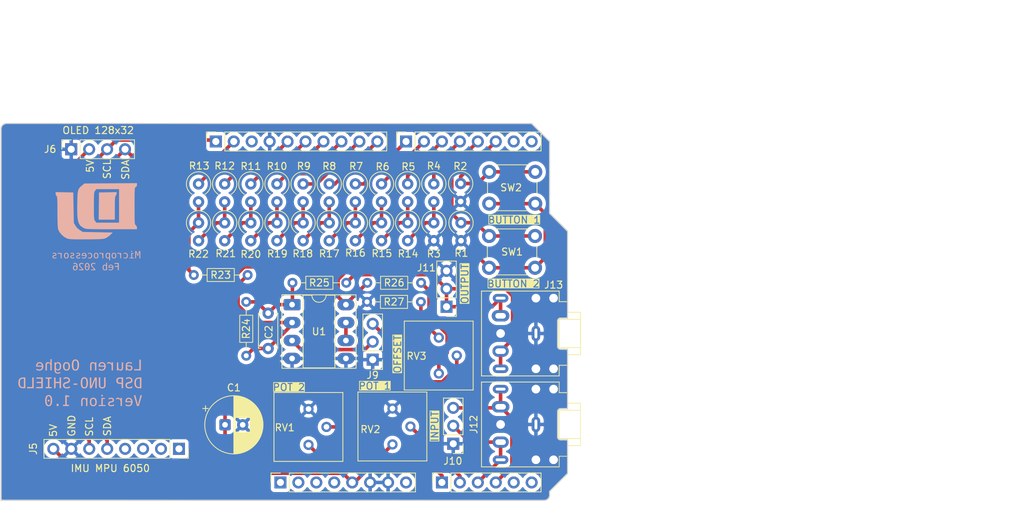
<source format=kicad_pcb>
(kicad_pcb (version 20241229) (generator "pcbnew") (generator_version "9.0")
  (title_block (date "mar. 31 mars 2015"))
  (layers (0 "F.Cu" signal) (2 "B.Cu" power) (13 "F.Paste" user) (15 "B.Paste" user) (5 "F.SilkS" user "F.Silkscreen") (7 "B.SilkS" user "B.Silkscreen") (1 "F.Mask" user) (3 "B.Mask" user) (25 "Edge.Cuts" user))
  (net 0 "")
  (net 1 "GND")
  (net 3 "+5V")
  (net 4 "/IOREF")
  (net 5 "/A0")
  (net 6 "/A1")
  (net 7 "/SDA{slash}A4")
  (net 8 "/SCL{slash}A5")
  (net 9 "/AREF")
  (net 10 "/TX{slash}1")
  (net 11 "/RX{slash}0")
  (net 12 "+3V3")
  (net 13 "VCC")
  (net 14 "/~{RESET}")
  (net 15 "/SCL")
  (net 16 "/SDA")
  (net 21 "/BT2")
  (net 22 "Net-(C2-Pad2)")
  (net 23 "Net-(U1A--)")
  (net 24 "/D7")
  (net 25 "/D8")
  (net 26 "/D9")
  (net 27 "/D6")
  (net 28 "/D4")
  (net 29 "/D5")
  (net 30 "/IN_RIGHT")
  (net 31 "/IN_LEFT")
  (net 32 "/BT1")
  (net 33 "/D3")
  (net 34 "/D2")
  (net 35 "/D0")
  (net 36 "/D1")
  (net 37 "/AUDIO_OUT")
  (net 38 "Net-(J9-Pin_3)")
  (net 39 "Net-(J9-Pin_2)")
  (net 40 "Net-(R14-Pad2)")
  (net 41 "Net-(R14-Pad1)")
  (net 42 "Net-(R15-Pad1)")
  (net 43 "Net-(R16-Pad1)")
  (net 44 "Net-(R17-Pad1)")
  (net 45 "Net-(R18-Pad1)")
  (net 46 "Net-(R10-Pad2)")
  (net 47 "Net-(R11-Pad2)")
  (net 48 "Net-(R12-Pad2)")
  (net 49 "Net-(R13-Pad2)")
  (net 50 "Net-(R26-Pad2)")
  (net 51 "Net-(R27-Pad1)")
  (net 52 "Net-(U1B--)")
  (footprint "Connector_PinSocket_2.54mm:PinSocket_1x08_P2.54mm_Vertical" (layer "F.Cu") (at 127.94 97.46 90)
    (property "Reference" "J1" (hide yes))
    (property "Value" "Power")
    (pad "1" thru_hole rect (at 0 0 90) (size 1.7 1.7) (drill 1) (layers "*.Cu" "*.Mask"))
    (pad "2" thru_hole oval (at 0 2.54 90) (size 1.7 1.7) (drill 1) (layers "*.Cu" "*.Mask") (net 4 "/IOREF"))
    (pad "3" thru_hole oval (at 0 5.08 90) (size 1.7 1.7) (drill 1) (layers "*.Cu" "*.Mask") (net 14 "/~{RESET}"))
    (pad "4" thru_hole oval (at 0 7.62 90) (size 1.7 1.7) (drill 1) (layers "*.Cu" "*.Mask") (net 12 "+3V3"))
    (pad "5" thru_hole oval (at 0 10.16 90) (size 1.7 1.7) (drill 1) (layers "*.Cu" "*.Mask") (net 3 "+5V"))
    (pad "6" thru_hole oval (at 0 12.7 90) (size 1.7 1.7) (drill 1) (layers "*.Cu" "*.Mask") (net 1 "GND"))
    (pad "7" thru_hole oval (at 0 15.24 90) (size 1.7 1.7) (drill 1) (layers "*.Cu" "*.Mask") (net 1 "GND"))
    (pad "8" thru_hole oval (at 0 17.78 90) (size 1.7 1.7) (drill 1) (layers "*.Cu" "*.Mask") (net 13 "VCC"))
  )
  (footprint "Connector_PinSocket_2.54mm:PinSocket_1x06_P2.54mm_Vertical" (layer "F.Cu") (at 150.8 97.46 90)
    (property "Reference" "J3" (hide yes))
    (property "Value" "Analog")
    (pad "1" thru_hole rect (at 0 0 90) (size 1.7 1.7) (drill 1) (layers "*.Cu" "*.Mask") (net 5 "/A0"))
    (pad "2" thru_hole oval (at 0 2.54 90) (size 1.7 1.7) (drill 1) (layers "*.Cu" "*.Mask") (net 6 "/A1"))
    (pad "3" thru_hole oval (at 0 5.08 90) (size 1.7 1.7) (drill 1) (layers "*.Cu" "*.Mask") (net 30 "/IN_RIGHT"))
    (pad "4" thru_hole oval (at 0 7.62 90) (size 1.7 1.7) (drill 1) (layers "*.Cu" "*.Mask") (net 31 "/IN_LEFT"))
    (pad "5" thru_hole oval (at 0 10.16 90) (size 1.7 1.7) (drill 1) (layers "*.Cu" "*.Mask") (net 7 "/SDA{slash}A4"))
    (pad "6" thru_hole oval (at 0 12.7 90) (size 1.7 1.7) (drill 1) (layers "*.Cu" "*.Mask") (net 8 "/SCL{slash}A5"))
  )
  (footprint "Connector_PinSocket_2.54mm:PinSocket_1x10_P2.54mm_Vertical" (layer "F.Cu") (at 118.796 49.2 90)
    (property "Reference" "J2" (hide yes))
    (property "Value" "Digital/PWM")
    (pad "1" thru_hole rect (at 0 0 90) (size 1.7 1.7) (drill 1) (layers "*.Cu" "*.Mask") (net 15 "/SCL"))
    (pad "2" thru_hole oval (at 0 2.54 90) (size 1.7 1.7) (drill 1) (layers "*.Cu" "*.Mask") (net 16 "/SDA"))
    (pad "3" thru_hole oval (at 0 5.08 90) (size 1.7 1.7) (drill 1) (layers "*.Cu" "*.Mask") (net 9 "/AREF"))
    (pad "4" thru_hole oval (at 0 7.62 90) (size 1.7 1.7) (drill 1) (layers "*.Cu" "*.Mask") (net 1 "GND"))
    (pad "5" thru_hole oval (at 0 10.16 90) (size 1.7 1.7) (drill 1) (layers "*.Cu" "*.Mask") (net 26 "/D9"))
    (pad "6" thru_hole oval (at 0 12.7 90) (size 1.7 1.7) (drill 1) (layers "*.Cu" "*.Mask") (net 25 "/D8"))
    (pad "7" thru_hole oval (at 0 15.24 90) (size 1.7 1.7) (drill 1) (layers "*.Cu" "*.Mask") (net 24 "/D7"))
    (pad "8" thru_hole oval (at 0 17.78 90) (size 1.7 1.7) (drill 1) (layers "*.Cu" "*.Mask") (net 27 "/D6"))
    (pad "9" thru_hole oval (at 0 20.32 90) (size 1.7 1.7) (drill 1) (layers "*.Cu" "*.Mask") (net 29 "/D5"))
    (pad "10" thru_hole oval (at 0 22.86 90) (size 1.7 1.7) (drill 1) (layers "*.Cu" "*.Mask") (net 28 "/D4"))
  )
  (footprint "Connector_PinSocket_2.54mm:PinSocket_1x08_P2.54mm_Vertical" (layer "F.Cu") (at 145.72 49.2 90)
    (property "Reference" "J4" (hide yes))
    (property "Value" "Digital/PWM")
    (pad "1" thru_hole rect (at 0 0 90) (size 1.7 1.7) (drill 1) (layers "*.Cu" "*.Mask") (net 33 "/D3"))
    (pad "2" thru_hole oval (at 0 2.54 90) (size 1.7 1.7) (drill 1) (layers "*.Cu" "*.Mask") (net 34 "/D2"))
    (pad "3" thru_hole oval (at 0 5.08 90) (size 1.7 1.7) (drill 1) (layers "*.Cu" "*.Mask") (net 36 "/D1"))
    (pad "4" thru_hole oval (at 0 7.62 90) (size 1.7 1.7) (drill 1) (layers "*.Cu" "*.Mask") (net 35 "/D0"))
    (pad "5" thru_hole oval (at 0 10.16 90) (size 1.7 1.7) (drill 1) (layers "*.Cu" "*.Mask") (net 21 "/BT2"))
    (pad "6" thru_hole oval (at 0 12.7 90) (size 1.7 1.7) (drill 1) (layers "*.Cu" "*.Mask") (net 32 "/BT1"))
    (pad "7" thru_hole oval (at 0 15.24 90) (size 1.7 1.7) (drill 1) (layers "*.Cu" "*.Mask") (net 10 "/TX{slash}1"))
    (pad "8" thru_hole oval (at 0 17.78 90) (size 1.7 1.7) (drill 1) (layers "*.Cu" "*.Mask") (net 11 "/RX{slash}0"))
  )
  (footprint "Resistor_THT:R_Axial_DIN0309_L9.0mm_D3.2mm_P2.54mm_Vertical" (layer "F.Cu") (at 131.15 55.21 -90)
    (property "Reference" "R9" (at -2.51 -0.1 180) (layer "F.SilkS"))
    (property "Value" "20k")
    (pad "1" thru_hole circle (at 0 0 270) (size 1.6 1.6) (drill 0.8) (layers "*.Cu" "*.Mask") (net 29 "/D5"))
    (pad "2" thru_hole circle (at 2.54 0 270) (size 1.6 1.6) (drill 0.8) (layers "*.Cu" "*.Mask") (net 45 "Net-(R18-Pad1)"))
  )
  (footprint "Button_Switch_THT:SW_PUSH_6mm" (layer "F.Cu") (at 163.975 67.075 180)
    (property "Reference" "SW1" (at 3.25 2.25 0) (layer "F.SilkS"))
    (property "Value" "BT_2")
    (pad "1" thru_hole circle (at 0 0 270) (size 2 2) (drill 1.1) (layers "*.Cu" "*.Mask") (net 3 "+5V"))
    (pad "1" thru_hole circle (at 6.5 0 270) (size 2 2) (drill 1.1) (layers "*.Cu" "*.Mask") (net 3 "+5V"))
    (pad "2" thru_hole circle (at 0 4.5 270) (size 2 2) (drill 1.1) (layers "*.Cu" "*.Mask") (net 21 "/BT2"))
    (pad "2" thru_hole circle (at 6.5 4.5 270) (size 2 2) (drill 1.1) (layers "*.Cu" "*.Mask") (net 21 "/BT2"))
  )
  (footprint "Resistor_THT:R_Axial_DIN0309_L9.0mm_D3.2mm_P2.54mm_Vertical" (layer "F.Cu") (at 134.85 60.71 -90)
    (property "Reference" "R17" (at 4.37 0 180) (layer "F.SilkS"))
    (property "Value" "10k")
    (pad "1" thru_hole circle (at 0 0 270) (size 1.6 1.6) (drill 0.8) (layers "*.Cu" "*.Mask") (net 44 "Net-(R17-Pad1)"))
    (pad "2" thru_hole circle (at 2.54 0 270) (size 1.6 1.6) (drill 0.8) (layers "*.Cu" "*.Mask") (net 43 "Net-(R16-Pad1)"))
  )
  (footprint "Capacitor_THT:C_Disc_D4.7mm_W2.5mm_P5.00mm" (layer "F.Cu") (at 126.2 78.5 90)
    (property "Reference" "C2" (at 2.325 0.1 90) (layer "F.SilkS"))
    (property "Value" "100pF")
    (pad "1" thru_hole circle (at 0 0 90) (size 1.6 1.6) (drill 0.8) (layers "*.Cu" "*.Mask") (net 23 "Net-(U1A--)"))
    (pad "2" thru_hole circle (at 5 0 90) (size 1.6 1.6) (drill 0.8) (layers "*.Cu" "*.Mask") (net 22 "Net-(C2-Pad2)"))
  )
  (footprint "Package_DIP:DIP-8_W7.62mm_Socket_LongPads" (layer "F.Cu") (at 129.59 72.29)
    (property "Reference" "U1" (at 3.81 3.81 0) (layer "F.SilkS"))
    (property "Value" "MCP6002-xP")
    (pad "1" thru_hole roundrect (at 0 0) (size 2.4 1.6) (drill 0.8) (layers "*.Cu" "*.Mask") (roundrect_rratio 0.15625) (net 22 "Net-(C2-Pad2)"))
    (pad "2" thru_hole oval (at 0 2.54) (size 2.4 1.6) (drill 0.8) (layers "*.Cu" "*.Mask") (net 23 "Net-(U1A--)"))
    (pad "3" thru_hole oval (at 0 5.08) (size 2.4 1.6) (drill 0.8) (layers "*.Cu" "*.Mask") (net 39 "Net-(J9-Pin_2)"))
    (pad "4" thru_hole oval (at 0 7.62) (size 2.4 1.6) (drill 0.8) (layers "*.Cu" "*.Mask") (net 1 "GND"))
    (pad "5" thru_hole oval (at 7.62 7.62) (size 2.4 1.6) (drill 0.8) (layers "*.Cu" "*.Mask") (net 1 "GND"))
    (pad "6" thru_hole oval (at 7.62 5.08) (size 2.4 1.6) (drill 0.8) (layers "*.Cu" "*.Mask") (net 52 "Net-(U1B--)"))
    (pad "7" thru_hole oval (at 7.62 2.54) (size 2.4 1.6) (drill 0.8) (layers "*.Cu" "*.Mask") (net 52 "Net-(U1B--)"))
    (pad "8" thru_hole oval (at 7.62 0) (size 2.4 1.6) (drill 0.8) (layers "*.Cu" "*.Mask") (net 3 "+5V"))
  )
  (footprint "Connector_Audio:Jack_3.5mm_CUI_SJ1-3525N_Horizontal" (layer "F.Cu") (at 164.1 76.375 90)
    (property "Reference" "J13" (at 6.875 2.51 180) (layer "F.SilkS"))
    (property "Value" "AudioJack5")
    (pad "" np_thru_hole circle (at -5 0 90) (size 1.2 1.2) (drill 1.2) (layers "*.Cu" "*.Mask"))
    (pad "" np_thru_hole circle (at -5 2.5 90) (size 1.2 1.2) (drill 1.2) (layers "*.Cu" "*.Mask"))
    (pad "" np_thru_hole circle (at 0 -5 90) (size 1.2 1.2) (drill 1.2) (layers "*.Cu" "*.Mask"))
    (pad "" np_thru_hole circle (at 5 0 90) (size 1.2 1.2) (drill 1.2) (layers "*.Cu" "*.Mask"))
    (pad "" np_thru_hole circle (at 5 2.5 90) (size 1.2 1.2) (drill 1.2) (layers "*.Cu" "*.Mask"))
    (pad "R" thru_hole oval (at -5 -5 90) (size 1.2 2.2) (drill oval 0.4 1.4) (layers "*.Cu" "*.Mask") (net 37 "/AUDIO_OUT"))
    (pad "RN" thru_hole oval (at -2.5 -5 90) (size 1.6 2.3) (drill oval 0.8 1.5) (layers "*.Cu" "*.Mask") (net 37 "/AUDIO_OUT"))
    (pad "S" thru_hole oval (at 0 0 90) (size 2.2 1.2) (drill oval 1.4 0.4) (layers "*.Cu" "*.Mask") (net 1 "GND"))
    (pad "T" thru_hole oval (at 5 -5 270) (size 1.2 2.2) (drill oval 0.4 1.4) (layers "*.Cu" "*.Mask") (net 37 "/AUDIO_OUT"))
    (pad "TN" thru_hole oval (at 2.5 -5 270) (size 1.6 2.5) (drill oval 0.8 1.5) (layers "*.Cu" "*.Mask") (net 37 "/AUDIO_OUT"))
  )
  (footprint "Capacitor_THT:CP_Radial_D8.0mm_P2.50mm" (layer "F.Cu") (at 120.1 89.3)
    (property "Reference" "C1" (at 1.25 -5.25 0) (layer "F.SilkS"))
    (property "Value" "47uF")
    (pad "1" thru_hole roundrect (at 0 0) (size 1.6 1.6) (drill 0.8) (layers "*.Cu" "*.Mask") (roundrect_rratio 0.15625) (net 3 "+5V"))
    (pad "2" thru_hole circle (at 2.5 0) (size 1.6 1.6) (drill 0.8) (layers "*.Cu" "*.Mask") (net 1 "GND"))
  )
  (footprint "Potentiometer_THT:Potentiometer_Bourns_3386P_Vertical" (layer "F.Cu") (at 150.36 82.04)
    (property "Reference" "RV3" (at -3.16 -2.465 0) (layer "F.SilkS"))
    (property "Value" "100k")
    (pad "1" thru_hole circle (at 0 0) (size 1.44 1.44) (drill 0.8) (layers "*.Cu" "*.Mask") (net 50 "Net-(R26-Pad2)"))
    (pad "2" thru_hole circle (at 2.54 -2.54) (size 1.44 1.44) (drill 0.8) (layers "*.Cu" "*.Mask") (net 38 "Net-(J9-Pin_3)"))
    (pad "3" thru_hole circle (at 0 -5.08) (size 1.44 1.44) (drill 0.8) (layers "*.Cu" "*.Mask") (net 51 "Net-(R27-Pad1)"))
  )
  (footprint "Resistor_THT:R_Axial_DIN0309_L9.0mm_D3.2mm_P2.54mm_Vertical" (layer "F.Cu") (at 127.45 55.21 -90)
    (property "Reference" "R10" (at -2.5 0 0) (layer "F.SilkS"))
    (property "Value" "20k")
    (pad "1" thru_hole circle (at 0 0 270) (size 1.6 1.6) (drill 0.8) (layers "*.Cu" "*.Mask") (net 27 "/D6"))
    (pad "2" thru_hole circle (at 2.54 0 270) (size 1.6 1.6) (drill 0.8) (layers "*.Cu" "*.Mask") (net 46 "Net-(R10-Pad2)"))
  )
  (footprint "Resistor_THT:R_Axial_DIN0309_L9.0mm_D3.2mm_P2.54mm_Vertical" (layer "F.Cu") (at 138.55 55.21 -90)
    (property "Reference" "R7" (at -2.5 -0.1 180) (layer "F.SilkS"))
    (property "Value" "20k")
    (pad "1" thru_hole circle (at 0 0 270) (size 1.6 1.6) (drill 0.8) (layers "*.Cu" "*.Mask") (net 33 "/D3"))
    (pad "2" thru_hole circle (at 2.54 0 270) (size 1.6 1.6) (drill 0.8) (layers "*.Cu" "*.Mask") (net 43 "Net-(R16-Pad1)"))
  )
  (footprint "Resistor_THT:R_Axial_DIN0204_L3.6mm_D1.6mm_P7.62mm_Horizontal" (layer "F.Cu") (at 140.23 69.2)
    (property "Reference" "R26" (at 3.81 0 0) (layer "F.SilkS"))
    (property "Value" "20k")
    (pad "1" thru_hole circle (at 0 0) (size 1.4 1.4) (drill 0.7) (layers "*.Cu" "*.Mask") (net 3 "+5V"))
    (pad "2" thru_hole circle (at 7.62 0) (size 1.4 1.4) (drill 0.7) (layers "*.Cu" "*.Mask") (net 50 "Net-(R26-Pad2)"))
  )
  (footprint "Connector_PinSocket_2.54mm:PinSocket_1x08_P2.54mm_Vertical" (layer "F.Cu") (at 113.58 92.7 -90)
    (property "Reference" "J5" (at 0 20.62 90) (layer "F.SilkS"))
    (property "Value" "IMU")
    (pad "1" thru_hole rect (at 0 0 270) (size 1.7 1.7) (drill 1) (layers "*.Cu" "*.Mask"))
    (pad "2" thru_hole circle (at 0 2.54 270) (size 1.7 1.7) (drill 1) (layers "*.Cu" "*.Mask"))
    (pad "3" thru_hole circle (at 0 5.08 270) (size 1.7 1.7) (drill 1) (layers "*.Cu" "*.Mask"))
    (pad "4" thru_hole circle (at 0 7.62 270) (size 1.7 1.7) (drill 1) (layers "*.Cu" "*.Mask"))
    (pad "5" thru_hole circle (at 0 10.16 270) (size 1.7 1.7) (drill 1) (layers "*.Cu" "*.Mask") (net 16 "/SDA"))
    (pad "6" thru_hole circle (at 0 12.7 270) (size 1.7 1.7) (drill 1) (layers "*.Cu" "*.Mask") (net 15 "/SCL"))
    (pad "7" thru_hole circle (at 0 15.24 270) (size 1.7 1.7) (drill 1) (layers "*.Cu" "*.Mask") (net 1 "GND"))
    (pad "8" thru_hole circle (at 0 17.78 270) (size 1.7 1.7) (drill 1) (layers "*.Cu" "*.Mask") (net 3 "+5V"))
  )
  (footprint "Potentiometer_THT:Potentiometer_Bourns_3386P_Vertical" (layer "F.Cu") (at 131.915 92.14)
    (property "Reference" "RV1" (at -3.365 -2.44 0) (layer "F.SilkS"))
    (property "Value" "100k")
    (pad "1" thru_hole circle (at 0 0) (size 1.44 1.44) (drill 0.8) (layers "*.Cu" "*.Mask") (net 3 "+5V"))
    (pad "2" thru_hole circle (at 2.54 -2.54) (size 1.44 1.44) (drill 0.8) (layers "*.Cu" "*.Mask") (net 5 "/A0"))
    (pad "3" thru_hole circle (at 0 -5.08) (size 1.44 1.44) (drill 0.8) (layers "*.Cu" "*.Mask") (net 1 "GND"))
  )
  (footprint "Resistor_THT:R_Axial_DIN0309_L9.0mm_D3.2mm_P2.54mm_Vertical" (layer "F.Cu") (at 153.5 60.7 -90)
    (property "Reference" "R1" (at 4.3 -0.05 0) (layer "F.SilkS"))
    (property "Value" "100k" (hide yes))
    (pad "1" thru_hole circle (at 0 0 270) (size 1.6 1.6) (drill 0.8) (layers "*.Cu" "*.Mask") (net 21 "/BT2"))
    (pad "2" thru_hole circle (at 2.54 0 270) (size 1.6 1.6) (drill 0.8) (layers "*.Cu" "*.Mask") (net 1 "GND"))
  )
  (footprint "Connector_PinSocket_2.54mm:PinSocket_1x04_P2.54mm_Vertical" (layer "F.Cu") (at 98.33 50.3 90)
    (property "Reference" "J6" (at 0 -2.98 180) (layer "F.SilkS"))
    (property "Value" "OLED")
    (pad "1" thru_hole rect (at 0 0 90) (size 1.7 1.7) (drill 1) (layers "*.Cu" "*.Mask") (net 1 "GND"))
    (pad "2" thru_hole circle (at 0 2.54 90) (size 1.7 1.7) (drill 1) (layers "*.Cu" "*.Mask") (net 3 "+5V"))
    (pad "3" thru_hole circle (at 0 5.08 90) (size 1.7 1.7) (drill 1) (layers "*.Cu" "*.Mask") (net 15 "/SCL"))
    (pad "4" thru_hole circle (at 0 7.62 90) (size 1.7 1.7) (drill 1) (layers "*.Cu" "*.Mask") (net 16 "/SDA"))
  )
  (footprint "Resistor_THT:R_Axial_DIN0309_L9.0mm_D3.2mm_P2.54mm_Vertical" (layer "F.Cu") (at 153.45 55.15 -90)
    (property "Reference" "R2" (at -2.45 0.05 0) (layer "F.SilkS"))
    (property "Value" "100k" (hide yes))
    (pad "1" thru_hole circle (at 0 0 270) (size 1.6 1.6) (drill 0.8) (layers "*.Cu" "*.Mask") (net 32 "/BT1"))
    (pad "2" thru_hole circle (at 2.54 0 270) (size 1.6 1.6) (drill 0.8) (layers "*.Cu" "*.Mask") (net 1 "GND"))
  )
  (footprint "Resistor_THT:R_Axial_DIN0309_L9.0mm_D3.2mm_P2.54mm_Vertical" (layer "F.Cu") (at 145.95 60.7 -90)
    (property "Reference" "R14" (at 4.4 -0.05 0) (layer "F.SilkS"))
    (property "Value" "10k")
    (pad "1" thru_hole circle (at 0 0 270) (size 1.6 1.6) (drill 0.8) (layers "*.Cu" "*.Mask") (net 41 "Net-(R14-Pad1)"))
    (pad "2" thru_hole circle (at 2.54 0 270) (size 1.6 1.6) (drill 0.8) (layers "*.Cu" "*.Mask") (net 40 "Net-(R14-Pad2)"))
  )
  (footprint "Resistor_THT:R_Axial_DIN0309_L9.0mm_D3.2mm_P2.54mm_Vertical" (layer "F.Cu") (at 145.95 55.2 -90)
    (property "Reference" "R5" (at -2.43 -0.1 180) (layer "F.SilkS"))
    (property "Value" "20k")
    (pad "1" thru_hole circle (at 0 0 270) (size 1.6 1.6) (drill 0.8) (layers "*.Cu" "*.Mask") (net 36 "/D1"))
    (pad "2" thru_hole circle (at 2.54 0 270) (size 1.6 1.6) (drill 0.8) (layers "*.Cu" "*.Mask") (net 41 "Net-(R14-Pad1)"))
  )
  (footprint "Resistor_THT:R_Axial_DIN0309_L9.0mm_D3.2mm_P2.54mm_Vertical" (layer "F.Cu") (at 116.35 55.21 -90)
    (property "Reference" "R13" (at -2.55 -0.1 180) (layer "F.SilkS"))
    (property "Value" "20k")
    (pad "1" thru_hole circle (at 0 0 270) (size 1.6 1.6) (drill 0.8) (layers "*.Cu" "*.Mask") (net 26 "/D9"))
    (pad "2" thru_hole circle (at 2.54 0 270) (size 1.6 1.6) (drill 0.8) (layers "*.Cu" "*.Mask") (net 49 "Net-(R13-Pad2)"))
  )
  (footprint "Resistor_THT:R_Axial_DIN0309_L9.0mm_D3.2mm_P2.54mm_Vertical" (layer "F.Cu") (at 123.75 60.71 -90)
    (property "Reference" "R20" (at 4.45 0 0) (layer "F.SilkS"))
    (property "Value" "10k")
    (pad "1" thru_hole circle (at 0 0 270) (size 1.6 1.6) (drill 0.8) (layers "*.Cu" "*.Mask") (net 47 "Net-(R11-Pad2)"))
    (pad "2" thru_hole circle (at 2.54 0 270) (size 1.6 1.6) (drill 0.8) (layers "*.Cu" "*.Mask") (net 46 "Net-(R10-Pad2)"))
  )
  (footprint "Connector_Audio:Jack_3.5mm_CUI_SJ1-3525N_Horizontal" (layer "F.Cu") (at 164.1 89.25 90)
    (property "Reference" "J12" (at 0 -8.8 90) (layer "F.SilkS"))
    (property "Value" "AudioJack5")
    (pad "" np_thru_hole circle (at -5 0 90) (size 1.2 1.2) (drill 1.2) (layers "*.Cu" "*.Mask"))
    (pad "" np_thru_hole circle (at -5 2.5 90) (size 1.2 1.2) (drill 1.2) (layers "*.Cu" "*.Mask"))
    (pad "" np_thru_hole circle (at 0 -5 90) (size 1.2 1.2) (drill 1.2) (layers "*.Cu" "*.Mask"))
    (pad "" np_thru_hole circle (at 5 0 90) (size 1.2 1.2) (drill 1.2) (layers "*.Cu" "*.Mask"))
    (pad "" np_thru_hole circle (at 5 2.5 90) (size 1.2 1.2) (drill 1.2) (layers "*.Cu" "*.Mask"))
    (pad "R" thru_hole oval (at -5 -5 90) (size 1.2 2.2) (drill oval 0.4 1.4) (layers "*.Cu" "*.Mask") (net 30 "/IN_RIGHT"))
    (pad "RN" thru_hole oval (at -2.5 -5 90) (size 1.6 2.3) (drill oval 0.8 1.5) (layers "*.Cu" "*.Mask") (net 30 "/IN_RIGHT"))
    (pad "S" thru_hole oval (at 0 0 90) (size 2.2 1.2) (drill oval 1.4 0.4) (layers "*.Cu" "*.Mask") (net 1 "GND"))
    (pad "T" thru_hole oval (at 5 -5 270) (size 1.2 2.2) (drill oval 0.4 1.4) (layers "*.Cu" "*.Mask") (net 31 "/IN_LEFT"))
    (pad "TN" thru_hole oval (at 2.5 -5 270) (size 1.6 2.5) (drill oval 0.8 1.5) (layers "*.Cu" "*.Mask") (net 31 "/IN_LEFT"))
  )
  (footprint "Resistor_THT:R_Axial_DIN0309_L9.0mm_D3.2mm_P2.54mm_Vertical" (layer "F.Cu") (at 120.05 55.21 -90)
    (property "Reference" "R12" (at -2.55 0 0) (layer "F.SilkS"))
    (property "Value" "20k")
    (pad "1" thru_hole circle (at 0 0 270) (size 1.6 1.6) (drill 0.8) (layers "*.Cu" "*.Mask") (net 25 "/D8"))
    (pad "2" thru_hole circle (at 2.54 0 270) (size 1.6 1.6) (drill 0.8) (layers "*.Cu" "*.Mask") (net 48 "Net-(R12-Pad2)"))
  )
  (footprint "Resistor_THT:R_Axial_DIN0309_L9.0mm_D3.2mm_P2.54mm_Vertical" (layer "F.Cu") (at 138.55 60.71 -90)
    (property "Reference" "R16" (at 4.27 0 0) (layer "F.SilkS"))
    (property "Value" "10k")
    (pad "1" thru_hole circle (at 0 0 270) (size 1.6 1.6) (drill 0.8) (layers "*.Cu" "*.Mask") (net 43 "Net-(R16-Pad1)"))
    (pad "2" thru_hole circle (at 2.54 0 270) (size 1.6 1.6) (drill 0.8) (layers "*.Cu" "*.Mask") (net 42 "Net-(R15-Pad1)"))
  )
  (footprint "Resistor_THT:R_Axial_DIN0204_L3.6mm_D1.6mm_P7.62mm_Horizontal" (layer "F.Cu") (at 147.82 71.9 180)
    (property "Reference" "R27" (at 3.81 0 0) (layer "F.SilkS"))
    (property "Value" "20k")
    (pad "1" thru_hole circle (at 0 0 180) (size 1.4 1.4) (drill 0.7) (layers "*.Cu" "*.Mask") (net 51 "Net-(R27-Pad1)"))
    (pad "2" thru_hole circle (at 7.62 0 180) (size 1.4 1.4) (drill 0.7) (layers "*.Cu" "*.Mask") (net 1 "GND"))
  )
  (footprint "Button_Switch_THT:SW_PUSH_6mm" (layer "F.Cu") (at 164 58 180)
    (property "Reference" "SW2" (at 3.41 2.27 0) (layer "F.SilkS"))
    (property "Value" "BT_1" (hide yes))
    (pad "1" thru_hole circle (at 0 0 270) (size 2 2) (drill 1.1) (layers "*.Cu" "*.Mask") (net 3 "+5V"))
    (pad "1" thru_hole circle (at 6.5 0 270) (size 2 2) (drill 1.1) (layers "*.Cu" "*.Mask") (net 3 "+5V"))
    (pad "2" thru_hole circle (at 0 4.5 270) (size 2 2) (drill 1.1) (layers "*.Cu" "*.Mask") (net 32 "/BT1"))
    (pad "2" thru_hole circle (at 6.5 4.5 270) (size 2 2) (drill 1.1) (layers "*.Cu" "*.Mask") (net 32 "/BT1"))
  )
  (footprint "Resistor_THT:R_Axial_DIN0309_L9.0mm_D3.2mm_P2.54mm_Vertical" (layer "F.Cu") (at 134.85 55.21 -90)
    (property "Reference" "R8" (at -2.51 0 0) (layer "F.SilkS"))
    (property "Value" "20k")
    (pad "1" thru_hole circle (at 0 0 270) (size 1.6 1.6) (drill 0.8) (layers "*.Cu" "*.Mask") (net 28 "/D4"))
    (pad "2" thru_hole circle (at 2.54 0 270) (size 1.6 1.6) (drill 0.8) (layers "*.Cu" "*.Mask") (net 44 "Net-(R17-Pad1)"))
  )
  (footprint "Resistor_THT:R_Axial_DIN0309_L9.0mm_D3.2mm_P2.54mm_Vertical" (layer "F.Cu") (at 120.05 60.71 -90)
    (property "Reference" "R21" (at 4.35 -0.15 180) (layer "F.SilkS"))
    (property "Value" "10k")
    (pad "1" thru_hole circle (at 0 0 270) (size 1.6 1.6) (drill 0.8) (layers "*.Cu" "*.Mask") (net 48 "Net-(R12-Pad2)"))
    (pad "2" thru_hole circle (at 2.54 0 270) (size 1.6 1.6) (drill 0.8) (layers "*.Cu" "*.Mask") (net 47 "Net-(R11-Pad2)"))
  )
  (footprint "Resistor_THT:R_Axial_DIN0204_L3.6mm_D1.6mm_P7.62mm_Horizontal" (layer "F.Cu") (at 123.3 68.1 180)
    (property "Reference" "R23" (at 3.81 0 0) (layer "F.SilkS"))
    (property "Value" "10k")
    (pad "1" thru_hole circle (at 0 0 180) (size 1.4 1.4) (drill 0.7) (layers "*.Cu" "*.Mask") (net 23 "Net-(U1A--)"))
    (pad "2" thru_hole circle (at 7.62 0 180) (size 1.4 1.4) (drill 0.7) (layers "*.Cu" "*.Mask") (net 49 "Net-(R13-Pad2)"))
  )
  (footprint "Resistor_THT:R_Axial_DIN0204_L3.6mm_D1.6mm_P7.62mm_Horizontal" (layer "F.Cu") (at 137.26 69.2 180)
    (property "Reference" "R25" (at 3.81 0 0) (layer "F.SilkS"))
    (property "Value" "1k")
    (pad "1" thru_hole circle (at 0 0 180) (size 1.4 1.4) (drill 0.7) (layers "*.Cu" "*.Mask") (net 37 "/AUDIO_OUT"))
    (pad "2" thru_hole circle (at 7.62 0 180) (size 1.4 1.4) (drill 0.7) (layers "*.Cu" "*.Mask") (net 22 "Net-(C2-Pad2)"))
  )
  (footprint "Connector_PinHeader_2.54mm:PinHeader_1x03_P2.54mm_Vertical" (layer "F.Cu") (at 141 80.08 180)
    (property "Reference" "J9" (at 0.01 -2.2 0) (layer "F.SilkS"))
    (property "Value" "JUMPER")
    (pad "1" thru_hole rect (at 0 0 180) (size 1.7 1.7) (drill 1) (layers "*.Cu" "*.Mask") (net 1 "GND"))
    (pad "2" thru_hole circle (at 0 2.54 180) (size 1.7 1.7) (drill 1) (layers "*.Cu" "*.Mask") (net 39 "Net-(J9-Pin_2)"))
    (pad "3" thru_hole circle (at 0 5.08 180) (size 1.7 1.7) (drill 1) (layers "*.Cu" "*.Mask") (net 38 "Net-(J9-Pin_3)"))
  )
  (footprint "Potentiometer_THT:Potentiometer_Bourns_3386P_Vertical" (layer "F.Cu") (at 143.8 92.08)
    (property "Reference" "RV2" (at -3.125 -2.13 0) (layer "F.SilkS"))
    (property "Value" "100k")
    (pad "1" thru_hole circle (at 0 0) (size 1.44 1.44) (drill 0.8) (layers "*.Cu" "*.Mask") (net 3 "+5V"))
    (pad "2" thru_hole circle (at 2.54 -2.54) (size 1.44 1.44) (drill 0.8) (layers "*.Cu" "*.Mask") (net 6 "/A1"))
    (pad "3" thru_hole circle (at 0 -5.08) (size 1.44 1.44) (drill 0.8) (layers "*.Cu" "*.Mask") (net 1 "GND"))
  )
  (footprint "Resistor_THT:R_Axial_DIN0309_L9.0mm_D3.2mm_P2.54mm_Vertical" (layer "F.Cu") (at 142.25 55.21 -90)
    (property "Reference" "R6" (at -2.45 -0.15 0) (layer "F.SilkS"))
    (property "Value" "20k")
    (pad "1" thru_hole circle (at 0 0 270) (size 1.6 1.6) (drill 0.8) (layers "*.Cu" "*.Mask") (net 34 "/D2"))
    (pad "2" thru_hole circle (at 2.54 0 270) (size 1.6 1.6) (drill 0.8) (layers "*.Cu" "*.Mask") (net 42 "Net-(R15-Pad1)"))
  )
  (footprint "Resistor_THT:R_Axial_DIN0309_L9.0mm_D3.2mm_P2.54mm_Vertical" (layer "F.Cu") (at 116.35 60.71 -90)
    (property "Reference" "R22" (at 4.42 0 0) (layer "F.SilkS"))
    (property "Value" "10k")
    (pad "1" thru_hole circle (at 0 0 270) (size 1.6 1.6) (drill 0.8) (layers "*.Cu" "*.Mask") (net 49 "Net-(R13-Pad2)"))
    (pad "2" thru_hole circle (at 2.54 0 270) (size 1.6 1.6) (drill 0.8) (layers "*.Cu" "*.Mask") (net 48 "Net-(R12-Pad2)"))
  )
  (footprint "Resistor_THT:R_Axial_DIN0309_L9.0mm_D3.2mm_P2.54mm_Vertical" (layer "F.Cu") (at 149.65 55.2 -90)
    (property "Reference" "R4" (at -2.53 0 0) (layer "F.SilkS"))
    (property "Value" "20k")
    (pad "1" thru_hole circle (at 0 0 270) (size 1.6 1.6) (drill 0.8) (layers "*.Cu" "*.Mask") (net 35 "/D0"))
    (pad "2" thru_hole circle (at 2.54 0 270) (size 1.6 1.6) (drill 0.8) (layers "*.Cu" "*.Mask") (net 40 "Net-(R14-Pad2)"))
  )
  (footprint "Resistor_THT:R_Axial_DIN0309_L9.0mm_D3.2mm_P2.54mm_Vertical" (layer "F.Cu") (at 123.75 55.21 -90)
    (property "Reference" "R11" (at -2.5 0 180) (layer "F.SilkS"))
    (property "Value" "20k")
    (pad "1" thru_hole circle (at 0 0 270) (size 1.6 1.6) (drill 0.8) (layers "*.Cu" "*.Mask") (net 24 "/D7"))
    (pad "2" thru_hole circle (at 2.54 0 270) (size 1.6 1.6) (drill 0.8) (layers "*.Cu" "*.Mask") (net 47 "Net-(R11-Pad2)"))
  )
  (footprint "Resistor_THT:R_Axial_DIN0309_L9.0mm_D3.2mm_P2.54mm_Vertical" (layer "F.Cu") (at 149.65 60.7 -90)
    (property "Reference" "R3" (at 4.4 0 180) (layer "F.SilkS"))
    (property "Value" "20k")
    (pad "1" thru_hole circle (at 0 0 270) (size 1.6 1.6) (drill 0.8) (layers "*.Cu" "*.Mask") (net 40 "Net-(R14-Pad2)"))
    (pad "2" thru_hole circle (at 2.54 0 270) (size 1.6 1.6) (drill 0.8) (layers "*.Cu" "*.Mask") (net 1 "GND"))
  )
  (footprint "Resistor_THT:R_Axial_DIN0309_L9.0mm_D3.2mm_P2.54mm_Vertical" (layer "F.Cu") (at 131.15 60.71 -90)
    (property "Reference" "R18" (at 4.37 0.05 0) (layer "F.SilkS"))
    (property "Value" "10k")
    (pad "1" thru_hole circle (at 0 0 270) (size 1.6 1.6) (drill 0.8) (layers "*.Cu" "*.Mask") (net 45 "Net-(R18-Pad1)"))
    (pad "2" thru_hole circle (at 2.54 0 270) (size 1.6 1.6) (drill 0.8) (layers "*.Cu" "*.Mask") (net 44 "Net-(R17-Pad1)"))
  )
  (footprint "Resistor_THT:R_Axial_DIN0309_L9.0mm_D3.2mm_P2.54mm_Vertical" (layer "F.Cu") (at 127.45 60.71 -90)
    (property "Reference" "R19" (at 4.39 -0.05 180) (layer "F.SilkS"))
    (property "Value" "10k")
    (pad "1" thru_hole circle (at 0 0 270) (size 1.6 1.6) (drill 0.8) (layers "*.Cu" "*.Mask") (net 46 "Net-(R10-Pad2)"))
    (pad "2" thru_hole circle (at 2.54 0 270) (size 1.6 1.6) (drill 0.8) (layers "*.Cu" "*.Mask") (net 45 "Net-(R18-Pad1)"))
  )
  (footprint "Connector_PinHeader_2.54mm:PinHeader_1x03_P2.54mm_Vertical" (layer "F.Cu") (at 151.45 72.59 180)
    (property "Reference" "J11" (at 2.85 5.515 0) (layer "F.SilkS"))
    (property "Value" "AUDIO_OUT")
    (pad "1" thru_hole rect (at 0 0 180) (size 1.7 1.7) (drill 1) (layers "*.Cu" "*.Mask") (net 37 "/AUDIO_OUT"))
    (pad "2" thru_hole circle (at 0 2.54 180) (size 1.7 1.7) (drill 1) (layers "*.Cu" "*.Mask") (net 37 "/AUDIO_OUT"))
    (pad "3" thru_hole circle (at 0 5.08 180) (size 1.7 1.7) (drill 1) (layers "*.Cu" "*.Mask") (net 1 "GND"))
  )
  (footprint "Resistor_THT:R_Axial_DIN0309_L9.0mm_D3.2mm_P2.54mm_Vertical" (layer "F.Cu") (at 142.25 60.7 -90)
    (property "Reference" "R15" (at 4.35 -0.05 180) (layer "F.SilkS"))
    (property "Value" "10k")
    (pad "1" thru_hole circle (at 0 0 270) (size 1.6 1.6) (drill 0.8) (layers "*.Cu" "*.Mask") (net 42 "Net-(R15-Pad1)"))
    (pad "2" thru_hole circle (at 2.54 0 270) (size 1.6 1.6) (drill 0.8) (layers "*.Cu" "*.Mask") (net 41 "Net-(R14-Pad1)"))
  )
  (footprint "Connector_PinHeader_2.54mm:PinHeader_1x03_P2.54mm_Vertical" (layer "F.Cu") (at 152.4 91.98 180)
    (property "Reference" "J10" (at 0.05 -2.45 0) (layer "F.SilkS"))
    (property "Value" "AUDIO_IN")
    (pad "1" thru_hole rect (at 0 0 180) (size 1.7 1.7) (drill 1) (layers "*.Cu" "*.Mask") (net 1 "GND"))
    (pad "2" thru_hole circle (at 0 2.54 180) (size 1.7 1.7) (drill 1) (layers "*.Cu" "*.Mask") (net 30 "/IN_RIGHT"))
    (pad "3" thru_hole circle (at 0 5.08 180) (size 1.7 1.7) (drill 1) (layers "*.Cu" "*.Mask") (net 31 "/IN_LEFT"))
  )
  (footprint "Resistor_THT:R_Axial_DIN0204_L3.6mm_D1.6mm_P7.62mm_Horizontal" (layer "F.Cu") (at 123.1 71.9 -90)
    (property "Reference" "R24" (at 3.81 0 90) (layer "F.SilkS"))
    (property "Value" "20k")
    (pad "1" thru_hole circle (at 0 0 270) (size 1.4 1.4) (drill 0.7) (layers "*.Cu" "*.Mask") (net 22 "Net-(C2-Pad2)"))
    (pad "2" thru_hole circle (at 7.62 0 270) (size 1.4 1.4) (drill 0.7) (layers "*.Cu" "*.Mask") (net 23 "Net-(U1A--)"))
  )
  (footprint "LOGO" (layer "B.Cu") (at 101.88 59.08 180)
    (property "Reference" "G***" (hide yes))
    (property "Value" "LOGO" (hide yes))
  )
  (gr_arc (start 167.18 74.600001) (mid 167.297157 74.317158) (end 167.58 74.200001) (stroke (width 0.15)) (layer "Edge.Cuts"))
  (gr_line (start 88.4 99.989106) (end 88.4 47.410893) (stroke (width 0.15)) (layer "Edge.Cuts"))
  (gr_line (start 168.58 78.6) (end 168.58 87.02) (stroke (width 0.15)) (layer "Edge.Cuts"))
  (gr_line (start 167.58 91.42) (end 168.58 91.42) (stroke (width 0.15)) (layer "Edge.Cuts"))
  (gr_line (start 168.58 87.02) (end 167.58 87.02) (stroke (width 0.15)) (layer "Edge.Cuts"))
  (gr_line (start 165.278 100) (end 88.4 99.989106) (stroke (width 0.15)) (layer "Edge.Cuts"))
  (gr_line (start 168.58 74.2) (end 167.58 74.2) (stroke (width 0.15)) (layer "Edge.Cuts"))
  (gr_line (start 166.04 59.36) (end 168.58 61.9) (stroke (width 0.15)) (layer "Edge.Cuts"))
  (gr_line (start 168.58 96.19) (end 166.04 98.73) (stroke (width 0.15)) (layer "Edge.Cuts"))
  (gr_line (start 163.5 46.66) (end 166.04 49.2) (stroke (width 0.15)) (layer "Edge.Cuts"))
  (gr_line (start 167.18 87.42) (end 167.18 91.02) (stroke (width 0.15)) (layer "Edge.Cuts"))
  (gr_arc (start 167.58 91.42) (mid 167.297157 91.302843) (end 167.18 91.02) (stroke (width 0.15)) (layer "Edge.Cuts"))
  (gr_arc (start 166.04 99.238) (mid 165.816815 99.776815) (end 165.278 100) (stroke (width 0.15)) (layer "Edge.Cuts"))
  (gr_line (start 167.18 74.6) (end 167.180002 78.199998) (stroke (width 0.15)) (layer "Edge.Cuts"))
  (gr_line (start 163.5 46.66) (end 89.162 46.6489) (stroke (width 0.15)) (layer "Edge.Cuts"))
  (gr_line (start 168.58 91.42) (end 168.58 96.19) (stroke (width 0.15)) (layer "Edge.Cuts"))
  (gr_arc (start 167.18 87.42) (mid 167.297157 87.137157) (end 167.58 87.02) (stroke (width 0.15)) (layer "Edge.Cuts"))
  (gr_line (start 167.58 78.6) (end 168.58 78.6) (stroke (width 0.15)) (layer "Edge.Cuts"))
  (gr_line (start 166.04 49.2) (end 166.04 59.36) (stroke (width 0.15)) (layer "Edge.Cuts"))
  (gr_line (start 166.04 98.73) (end 166.04 99.238) (stroke (width 0.15)) (layer "Edge.Cuts"))
  (gr_line (start 168.58 61.9) (end 168.58 74.2) (stroke (width 0.15)) (layer "Edge.Cuts"))
  (gr_arc (start 88.4 47.410893) (mid 88.623185 46.872078) (end 89.162 46.648893) (stroke (width 0.15)) (layer "Edge.Cuts"))
  (gr_arc (start 167.58 78.6) (mid 167.297157 78.482843) (end 167.18 78.2) (stroke (width 0.15)) (layer "Edge.Cuts"))
  (gr_text "BUTTON 2" (at 157.125 69.925 0) (layer "F.SilkS" knockout) (effects (font (size 1 1)) (justify left bottom)))
  (gr_text "POT 1" (at 138.925 84.4 0) (layer "F.SilkS" knockout) (effects (font (size 1 1)) (justify left bottom)))
  (gr_text "SDA" (at 106.6 54.7 90) (layer "F.SilkS") (effects (font (size 1 1)) (justify left bottom)))
  (gr_text "SCL" (at 104 54.6 90) (layer "F.SilkS") (effects (font (size 1 1)) (justify left bottom)))
  (gr_text "POT 2" (at 126.775 84.575 0) (layer "F.SilkS" knockout) (effects (font (size 1 1)) (justify left bottom)))
  (gr_text "OLED 128x32" (at 97 48.21 0) (layer "F.SilkS") (effects (font (size 1 1)) (justify left bottom)))
  (gr_text "5V" (at 96.38 91.1 90) (layer "F.SilkS") (effects (font (size 1 1)) (justify left bottom)))
  (gr_text "GND" (at 98.98 91.05 90) (layer "F.SilkS") (effects (font (size 1 1)) (justify left bottom)))
  (gr_text "IMU MPU 6050" (at 98.17 96.05 0) (layer "F.SilkS") (effects (font (size 1 1)) (justify left bottom)))
  (gr_text "BUTTON 1" (at 157.225 60.9 0) (layer "F.SilkS" knockout) (effects (font (size 1 1)) (justify left bottom)))
  (gr_text "OFFSET" (at 145.1 82.1 90) (layer "F.SilkS" knockout) (effects (font (size 1 1)) (justify left bottom)))
  (gr_text "SDA" (at 104.03 91 90) (layer "F.SilkS") (effects (font (size 1 1)) (justify left bottom)))
  (gr_text "INPUT" (at 150.38 91.81 90) (layer "F.SilkS" knockout) (effects (font (size 1 1)) (justify left bottom)))
  (gr_text "OUTPUT" (at 154.63 72.28 90) (layer "F.SilkS" knockout) (effects (font (size 1 1)) (justify left bottom)))
  (gr_text "SCL" (at 101.48 91.05 90) (layer "F.SilkS") (effects (font (size 1 1)) (justify left bottom)))
  (gr_text "5V" (at 101.6 53.7 90) (layer "F.SilkS") (effects (font (size 1 1)) (justify left bottom)))
  (gr_text "Lauren Ooghe\nDSP UNO-SHIELD\nVersion 1.0" (at 108.4 86.9 0) (layer "B.SilkS") (effects (font (size 1.5 1.5)) (justify left bottom mirror)))
  (gr_text "Microprocessors\nFeb 2026" (at 101.85 67.59 0) (layer "B.SilkS") (effects (font (size 1 1)) (justify bottom mirror)))
  (segment (start 92.3 92.55) (end 92.3 58.87) (width 0.508) (layer "F.Cu") (net 3))
  (segment (start 155.85 65.45) (end 139.376583 65.45) (width 0.508) (layer "F.Cu") (net 3))
  (segment (start 120.1 90.725) (end 125.53 96.155) (width 0.508) (layer "F.Cu") (net 3))
  (segment (start 140.23 69.2) (end 140.23 69.27) (width 0.508) (layer "F.Cu") (net 3))
  (segment (start 92.3 58.87) (end 100.87 50.3) (width 0.508) (layer "F.Cu") (net 3))
  (segment (start 137.21 72.29) (end 131.865 66.945) (width 0.508) (layer "F.Cu") (net 3))
  (segment (start 120.1 69.666583) (end 120.1 89.3) (width 0.508) (layer "F.Cu") (net 3))
  (segment (start 138.42 97.46) (end 138.1 97.46) (width 0.508) (layer "F.Cu") (net 3))
  (segment (start 165.43 65.62) (end 163.975 67.075) (width 0.508) (layer "F.Cu") (net 3))
  (segment (start 164 58) (end 165.43 59.43) (width 0.508) (layer "F.Cu") (net 3))
  (segment (start 131.865 66.945) (end 122.821583 66.945) (width 0.508) (layer "F.Cu") (net 3))
  (segment (start 163.975 67.075) (end 157.475 67.075) (width 0.508) (layer "F.Cu") (net 3))
  (segment (start 139.376583 65.45) (end 136.105 68.721583) (width 0.508) (layer "F.Cu") (net 3))
  (segment (start 125.3 96.155) (end 99.255 96.155) (width 0.508) (layer "F.Cu") (net 3))
  (segment (start 95.8 92.7) (end 99.255 96.155) (width 0.508) (layer "F.Cu") (net 3))
  (segment (start 165.43 59.43) (end 165.43 65.62) (width 0.508) (layer "F.Cu") (net 3))
  (segment (start 131.915 92.14) (end 135.93 96.155) (width 0.508) (layer "F.Cu") (net 3))
  (segment (start 99.255 96.155) (end 95.905 96.155) (width 0.508) (layer "F.Cu") (net 3))
  (segment (start 143.8 92.08) (end 138.42 97.46) (width 0.508) (layer "F.Cu") (net 3))
  (segment (start 122.821583 66.945) (end 120.1 69.666583) (width 0.508) (layer "F.Cu") (net 3))
  (segment (start 137.21 72.29) (end 137.21 72.22) (width 0.508) (layer "F.Cu") (net 3))
  (segment (start 136.105 68.721583) (end 136.105 71.185) (width 0.508) (layer "F.Cu") (net 3))
  (segment (start 138.1 97.46) (end 136.795 96.155) (width 0.508) (layer "F.Cu") (net 3))
  (segment (start 136.795 96.155) (end 125.53 96.155) (width 0.508) (layer "F.Cu") (net 3))
  (segment (start 136.105 71.185) (end 137.21 72.29) (width 0.508) (layer "F.Cu") (net 3))
  (segment (start 95.905 96.155) (end 92.3 92.55) (width 0.508) (layer "F.Cu") (net 3))
  (segment (start 120.1 89.3) (end 120.1 90.725) (width 0.508) (layer "F.Cu") (net 3))
  (segment (start 135.93 96.155) (end 136.795 96.155) (width 0.508) (layer "F.Cu") (net 3))
  (segment (start 125.53 96.155) (end 125.3 96.155) (width 0.508) (layer "F.Cu") (net 3))
  (segment (start 157.475 67.075) (end 155.85 65.45) (width 0.508) (layer "F.Cu") (net 3))
  (segment (start 137.21 72.22) (end 140.23 69.2) (width 0.508) (layer "F.Cu") (net 3))
  (segment (start 157.5 58) (end 164 58) (width 0.508) (layer "F.Cu") (net 3))
  (segment (start 143.91 89.6) (end 150.8 96.49) (width 0.508) (layer "F.Cu") (net 5))
  (segment (start 150.8 96.49) (end 150.8 97.46) (width 0.508) (layer "F.Cu") (net 5))
  (segment (start 134.455 89.6) (end 143.91 89.6) (width 0.508) (layer "F.Cu") (net 5))
  (segment (start 153.34 96.54) (end 153.34 97.46) (width 0.508) (layer "F.Cu") (net 6))
  (segment (start 146.34 89.54) (end 153.34 96.54) (width 0.508) (layer "F.Cu") (net 6))
  (segment (start 118.591 48.995) (end 104.715 48.995) (width 0.508) (layer "F.Cu") (net 15))
  (segment (start 118.796 49.2) (end 118.591 48.995) (width 0.508) (layer "F.Cu") (net 15))
  (segment (start 104.715 48.995) (end 103.41 50.3) (width 0.508) (layer "F.Cu") (net 15))
  (segment (start 103.41 50.3) (end 100.75 52.96) (width 0.508) (layer "F.Cu") (net 15))
  (segment (start 100.75 52.96) (end 100.75 91.35) (width 0.508) (layer "F.Cu") (net 15))
  (segment (start 100.88 91.48) (end 100.88 92.7) (width 0.508) (layer "F.Cu") (net 15))
  (segment (start 100.75 91.35) (end 100.88 91.48) (width 0.508) (layer "F.Cu") (net 15))
  (segment (start 103.29 52.96) (end 103.29 91.35) (width 0.508) (layer "F.Cu") (net 16))
  (segment (start 105.95 50.3) (end 103.29 52.96) (width 0.508) (layer "F.Cu") (net 16))
  (segment (start 119.386 51.15) (end 106.8 51.15) (width 0.508) (layer "F.Cu") (net 16))
  (segment (start 121.336 49.2) (end 119.386 51.15) (width 0.508) (layer "F.Cu") (net 16))
  (segment (start 106.8 51.15) (end 105.95 50.3) (width 0.508) (layer "F.Cu") (net 16))
  (segment (start 103.29 91.35) (end 103.42 91.48) (width 0.508) (layer "F.Cu") (net 16))
  (segment (start 103.42 91.48) (end 103.42 92.7) (width 0.508) (layer "F.Cu") (net 16))
  (segment (start 153.5 60.7) (end 155.6 60.7) (width 0.508) (layer "F.Cu") (net 21))
  (segment (start 152.195 59.395) (end 153.5 60.7) (width 0.508) (layer "F.Cu") (net 21))
  (segment (start 155.6 60.7) (end 157.475 62.575) (width 0.508) (layer "F.Cu") (net 21))
  (segment (start 157.475 62.575) (end 163.975 62.575) (width 0.508) (layer "F.Cu") (net 21))
  (segment (start 155.88 49.2) (end 152.195 52.885) (width 0.508) (layer "F.Cu") (net 21))
  (segment (start 152.195 52.885) (end 152.195 59.395) (width 0.508) (layer "F.Cu") (net 21))
  (segment (start 129.59 72.29) (end 127.41 72.29) (width 0.508) (layer "F.Cu") (net 22))
  (segment (start 124.6 71.9) (end 126.2 73.5) (width 0.508) (layer "F.Cu") (net 22))
  (segment (start 129.64 72.24) (end 129.59 72.29) (width 0.508) (layer "F.Cu") (net 22))
  (segment (start 123.1 71.9) (end 124.6 71.9) (width 0.508) (layer "F.Cu") (net 22))
  (segment (start 129.64 69.2) (end 129.64 72.24) (width 0.508) (layer "F.Cu") (net 22))
  (segment (start 127.41 72.29) (end 126.2 73.5) (width 0.508) (layer "F.Cu") (net 22))
  (segment (start 124.396583 74.83) (end 129.59 74.83) (width 0.508) (layer "F.Cu") (net 23))
  (segment (start 129.59 74.83) (end 129.59 75.11) (width 0.508) (layer "F.Cu") (net 23))
  (segment (start 126.2 78.5) (end 124.12 78.5) (width 0.508) (layer "F.Cu") (net 23))
  (segment (start 124.12 78.5) (end 123.1 79.52) (width 0.508) (layer "F.Cu") (net 23))
  (segment (start 123.3 68.1) (end 121.945 69.455) (width 0.508) (layer "F.Cu") (net 23))
  (segment (start 129.59 75.11) (end 126.2 78.5) (width 0.508) (layer "F.Cu") (net 23))
  (segment (start 121.945 72.378417) (end 124.396583 74.83) (width 0.508) (layer "F.Cu") (net 23))
  (segment (start 121.945 69.455) (end 121.945 72.378417) (width 0.508) (layer "F.Cu") (net 23))
  (segment (start 130.195 53.041) (end 125.919 53.041) (width 0.508) (layer "F.Cu") (net 24))
  (segment (start 134.036 49.2) (end 130.195 53.041) (width 0.508) (layer "F.Cu") (net 24))
  (segment (start 125.919 53.041) (end 123.75 55.21) (width 0.508) (layer "F.Cu") (net 24))
  (segment (start 131.496 49.2) (end 128.364 52.332) (width 0.508) (layer "F.Cu") (net 25))
  (segment (start 122.928 52.332) (end 120.05 55.21) (width 0.508) (layer "F.Cu") (net 25))
  (segment (start 128.364 52.332) (end 122.928 52.332) (width 0.508) (layer "F.Cu") (net 25))
  (segment (start 128.956 49.2) (end 126.533 51.623) (width 0.508) (layer "F.Cu") (net 26))
  (segment (start 119.937 51.623) (end 116.35 55.21) (width 0.508) (layer "F.Cu") (net 26))
  (segment (start 126.533 51.623) (end 119.937 51.623) (width 0.508) (layer "F.Cu") (net 26))
  (segment (start 132.026 53.75) (end 128.91 53.75) (width 0.508) (layer "F.Cu") (net 27))
  (segment (start 128.91 53.75) (end 127.45 55.21) (width 0.508) (layer "F.Cu") (net 27))
  (segment (start 136.576 49.2) (end 132.026 53.75) (width 0.508) (layer "F.Cu") (net 27))
  (segment (start 135.646 55.21) (end 134.85 55.21) (width 0.508) (layer "F.Cu") (net 28))
  (segment (start 141.656 49.2) (end 135.646 55.21) (width 0.508) (layer "F.Cu") (net 28))
  (segment (start 133.075161 55.21) (end 131.15 55.21) (width 0.508) (layer "F.Cu") (net 29))
  (segment (start 139.085161 49.2) (end 133.075161 55.21) (width 0.508) (layer "F.Cu") (net 29))
  (segment (start 139.116 49.2) (end 139.085161 49.2) (width 0.508) (layer "F.Cu") (net 29))
  (segment (start 159.1 91.75) (end 159.1 94.25) (width 0.508) (layer "F.Cu") (net 30))
  (segment (start 159.1 94.25) (end 159.09 94.25) (width 0.508) (layer "F.Cu") (net 30))
  (segment (start 159.09 94.25) (end 155.88 97.46) (width 0.508) (layer "F.Cu") (net 30))
  (segment (start 159.1 91.75) (end 154.71 91.75) (width 0.508) (layer "F.Cu") (net 30))
  (segment (start 154.71 91.75) (end 152.4 89.44) (width 0.508) (layer "F.Cu") (net 30))
  (segment (start 159.1 86.75) (end 160.705 88.355) (width 0.508) (layer "F.Cu") (net 31))
  (segment (start 158.95 86.9) (end 159.1 86.75) (width 0.508) (layer "F.Cu") (net 31))
  (segment (start 159.1 84.25) (end 159.1 86.75) (width 0.508) (layer "F.Cu") (net 31))
  (segment (start 160.705 88.355) (end 160.705 95.175) (width 0.508) (layer "F.Cu") (net 31))
  (segment (start 160.705 95.175) (end 158.42 97.46) (width 0.508) (layer "F.Cu") (net 31))
  (segment (start 152.4 86.9) (end 158.95 86.9) (width 0.508) (layer "F.Cu") (net 31))
  (segment (start 153.45 54.17) (end 153.45 55.15) (width 0.508) (layer "F.Cu") (net 32))
  (segment (start 157.5 53.5) (end 164 53.5) (width 0.508) (layer "F.Cu") (net 32))
  (segment (start 158.42 49.2) (end 153.45 54.17) (width 0.508) (layer "F.Cu") (net 32))
  (segment (start 155.85 55.15) (end 157.5 53.5) (width 0.508) (layer "F.Cu") (net 32))
  (segment (start 153.45 55.15) (end 155.85 55.15) (width 0.508) (layer "F.Cu") (net 32))
  (segment (start 139.71 55.21) (end 138.55 55.21) (width 0.508) (layer "F.Cu") (net 33))
  (segment (start 145.72 49.2) (end 139.71 55.21) (width 0.508) (layer "F.Cu") (net 33))
  (segment (start 148.26 49.2) (end 142.25 55.21) (width 0.508) (layer "F.Cu") (net 34))
  (segment (start 142.65 55.21) (end 142.25 55.21) (width 0.508) (layer "F.Cu") (net 34))
  (segment (start 149.65 52.89) (end 149.65 55.2) (width 0.508) (layer "F.Cu") (net 35))
  (segment (start 153.34 49.2) (end 149.65 52.89) (width 0.508) (layer "F.Cu") (net 35))
  (segment (start 150.8 49.2) (end 145.95 54.05) (width 0.508) (layer "F.Cu") (net 36))
  (segment (start 145.95 55.2) (end 145.95 55.35) (width 0.508) (layer "F.Cu") (net 36))
  (segment (start 145.95 54.05) (end 145.95 55.2) (width 0.508) (layer "F.Cu") (net 36))
  (segment (start 157.885 72.59) (end 159.1 71.375) (width 0.508) (layer "F.Cu") (net 37))
  (segment (start 159.1 78.875) (end 159.1 81.375) (width 0.508) (layer "F.Cu") (net 37))
  (segment (start 137.26 69.2) (end 138.415 68.045) (width 0.508) (layer "F.Cu") (net 37))
  (segment (start 151.45 72.59) (end 157.885 72.59) (width 0.508) (layer "F.Cu") (net 37))
  (segment (start 159.766995 70.05) (end 160.805 71.088005) (width 0.508) (layer "F.Cu") (net 37))
  (segment (start 160.805 71.088005) (end 160.805 77.17) (width 0.508) (layer "F.Cu") (net 37))
  (segment (start 160.805 77.17) (end 159.1 78.875) (width 0.508) (layer "F.Cu") (net 37))
  (segment (start 159.1 71.375) (end 159.1 73.875) (width 0.508) (layer "F.Cu") (net 37))
  (segment (start 151.45 70.05) (end 159.766995 70.05) (width 0.508) (layer "F.Cu") (net 37))
  (segment (start 151.45 70.05) (end 151.45 72.59) (width 0.508) (layer "F.Cu") (net 37))
  (segment (start 149.445 68.045) (end 151.45 70.05) (width 0.508) (layer "F.Cu") (net 37))
  (segment (start 158.955 71.23) (end 159.1 71.375) (width 0.508) (layer "F.Cu") (net 37))
  (segment (start 138.415 68.045) (end 149.445 68.045) (width 0.508) (layer "F.Cu") (net 37))
  (segment (start 141 75) (end 149.215 83.215) (width 0.508) (layer "F.Cu") (net 38))
  (segment (start 149.215 83.215) (end 150.846701 83.215) (width 0.508) (layer "F.Cu") (net 38))
  (segment (start 150.846701 83.215) (end 152.9 81.161701) (width 0.508) (layer "F.Cu") (net 38))
  (segment (start 152.9 81.161701) (end 152.9 79.5) (width 0.508) (layer "F.Cu") (net 38))
  (segment (start 129.59 77.37) (end 130.875 78.655) (width 0.508) (layer "F.Cu") (net 39))
  (segment (start 130.875 78.655) (end 139.885 78.655) (width 0.508) (layer "F.Cu") (net 39))
  (segment (start 139.885 78.655) (end 141 77.54) (width 0.508) (layer "F.Cu") (net 39))
  (segment (start 149.65 57.74) (end 149.65 60.7) (width 0.508) (layer "F.Cu") (net 40))
  (segment (start 149.65 60.7) (end 148.49 60.7) (width 0.508) (layer "F.Cu") (net 40))
  (segment (start 148.49 60.7) (end 145.95 63.24) (width 0.508) (layer "F.Cu") (net 40))
  (segment (start 145.95 57.74) (end 145.95 60.7) (width 0.508) (layer "F.Cu") (net 41))
  (segment (start 144.79 60.7) (end 142.25 63.24) (width 0.508) (layer "F.Cu") (net 41))
  (segment (start 145.95 60.7) (end 144.79 60.7) (width 0.508) (layer "F.Cu") (net 41))
  (segment (start 141.1 60.7) (end 138.55 63.25) (width 0.508) (layer "F.Cu") (net 42))
  (segment (start 142.25 60.7) (end 141.1 60.7) (width 0.508) (layer "F.Cu") (net 42))
  (segment (start 142.25 57.75) (end 142.25 60.7) (width 0.508) (layer "F.Cu") (net 42))
  (segment (start 138.55 57.75) (end 138.55 60.71) (width 0.508) (layer "F.Cu") (net 43))
  (segment (start 138.55 60.71) (end 137.39 60.71) (width 0.508) (layer "F.Cu") (net 43))
  (segment (start 137.39 60.71) (end 134.85 63.25) (width 0.508) (layer "F.Cu") (net 43))
  (segment (start 134.85 57.75) (end 134.85 60.71) (width 0.508) (layer "F.Cu") (net 44))
  (segment (start 134.85 60.71) (end 133.69 60.71) (width 0.508) (layer "F.Cu") (net 44))
  (segment (start 133.69 60.71) (end 131.15 63.25) (width 0.508) (layer "F.Cu") (net 44))
  (segment (start 131.15 60.71) (end 129.99 60.71) (width 0.508) (layer "F.Cu") (net 45))
  (segment (start 131.15 57.75) (end 131.15 60.71) (width 0.508) (layer "F.Cu") (net 45))
  (segment (start 129.99 60.71) (end 127.45 63.25) (width 0.508) (layer "F.Cu") (net 45))
  (segment (start 126.29 60.71) (end 123.75 63.25) (width 0.508) (layer "F.Cu") (net 46))
  (segment (start 127.45 57.75) (end 127.45 60.71) (width 0.508) (layer "F.Cu") (net 46))
  (segment (start 127.45 60.71) (end 126.29 60.71) (width 0.508) (layer "F.Cu") (net 46))
  (segment (start 123.75 60.71) (end 122.59 60.71) (width 0.508) (layer "F.Cu") (net 47))
  (segment (start 122.59 60.71) (end 120.05 63.25) (width 0.508) (layer "F.Cu") (net 47))
  (segment (start 123.75 57.75) (end 123.75 60.71) (width 0.508) (layer "F.Cu") (net 47))
  (segment (start 120.05 60.71) (end 118.89 60.71) (width 0.508) (layer "F.Cu") (net 48))
  (segment (start 118.89 60.71) (end 116.35 63.25) (width 0.508) (layer "F.Cu") (net 48))
  (segment (start 120.05 57.75) (end 120.05 60.71) (width 0.508) (layer "F.Cu") (net 48))
  (segment (start 114.98 67.4) (end 115.68 68.1) (width 0.508) (layer "F.Cu") (net 49))
  (segment (start 114.98 62.08) (end 114.98 67.4) (width 0.508) (layer "F.Cu") (net 49))
  (segment (start 116.35 57.75) (end 116.35 60.71) (width 0.508) (layer "F.Cu") (net 49))
  (segment (start 116.35 60.71) (end 114.98 62.08) (width 0.508) (layer "F.Cu") (net 49))
  (segment (start 147.85 69.2) (end 148.975 70.325) (width 0.508) (layer "F.Cu") (net 50))
  (segment (start 150.36 80.27) (end 150.36 82.04) (width 0.508) (layer "F.Cu") (net 50))
  (segment (start 151.535 76.473299) (end 151.535 79.095) (width 0.508) (layer "F.Cu") (net 50))
  (segment (start 151.535 79.095) (end 150.36 80.27) (width 0.508) (layer "F.Cu") (net 50))
  (segment (start 148.975 70.325) (end 148.975 73.913299) (width 0.508) (layer "F.Cu") (net 50))
  (segment (start 148.975 73.913299) (end 151.535 76.473299) (width 0.508) (layer "F.Cu") (net 50))
  (segment (start 150.36 76.96) (end 147.82 74.42) (width 0.508) (layer "F.Cu") (net 51))
  (segment (start 147.82 74.42) (end 147.82 71.9) (width 0.508) (layer "F.Cu") (net 51))
  (segment (start 137.21 74.83) (end 137.21 77.37) (width 0.508) (layer "F.Cu") (net 52))
  (zone (net 1) (net_name "GND") (layer "B.Cu") (connect_pads (clearance 0.508)) (min_thickness 0.25) (fill yes (thermal_gap 0.5) (thermal_bridge_width 0.5))
    (polygon (pts (xy 88.25 45.85) (xy 170 46) (xy 169.5 101) (xy 88.25 101.35)))
  )
)
</source>
